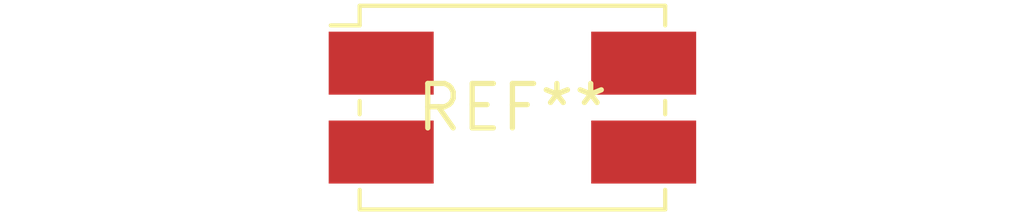
<source format=kicad_pcb>
(kicad_pcb (version 20240108) (generator pcbnew)
  (layers (0 "F.Cu" signal) (31 "B.Cu" signal) (34 "B.Paste" user) (35 "F.Paste" user) (36 "B.SilkS" user "B.Silkscreen") (37 "F.SilkS" user "F.Silkscreen") (38 "B.Mask" user) (39 "F.Mask" user) (44 "Edge.Cuts" user))
  (net 0 "")
  (footprint "L_CommonMode_Delevan_4222" (layer "F.Cu") (at 0 0)
    (property "Reference" "REF**")
    (property "Value" "L_CommonMode_Delevan_4222")
    (fp_line (start -5.19 -2.35) (end -4.365 -2.35) (layer "F.SilkS") (stroke (width 0.12)))
    (fp_line (start -4.365 -2.91) (end -4.365 -2.35) (layer "F.SilkS") (stroke (width 0.12)))
    (fp_line (start -4.365 -2.91) (end 4.365 -2.91) (layer "F.SilkS") (stroke (width 0.12)))
    (fp_line (start -4.365 -0.19) (end -4.365 0.19) (layer "F.SilkS") (stroke (width 0.12)))
    (fp_line (start -4.365 2.91) (end -4.365 2.35) (layer "F.SilkS") (stroke (width 0.12)))
    (fp_line (start 4.365 -2.91) (end 4.365 -2.35) (layer "F.SilkS") (stroke (width 0.12)))
    (fp_line (start 4.365 -0.19) (end 4.365 0.19) (layer "F.SilkS") (stroke (width 0.12)))
    (fp_line (start 4.365 2.91) (end -4.365 2.91) (layer "F.SilkS") (stroke (width 0.12)))
    (fp_line (start 4.365 2.91) (end 4.365 2.35) (layer "F.SilkS") (stroke (width 0.12)))
    (pad "1" smd rect (at -3.75 -1.27) (size 3 1.8) (layers "F.Cu" "F.Paste" "F.Mask"))
    (pad "2" smd rect (at -3.75 1.27) (size 3 1.8) (layers "F.Cu" "F.Paste" "F.Mask"))
    (pad "3" smd rect (at 3.75 1.27) (size 3 1.8) (layers "F.Cu" "F.Paste" "F.Mask"))
    (pad "4" smd rect (at 3.75 -1.27) (size 3 1.8) (layers "F.Cu" "F.Paste" "F.Mask"))
  )
)
</source>
